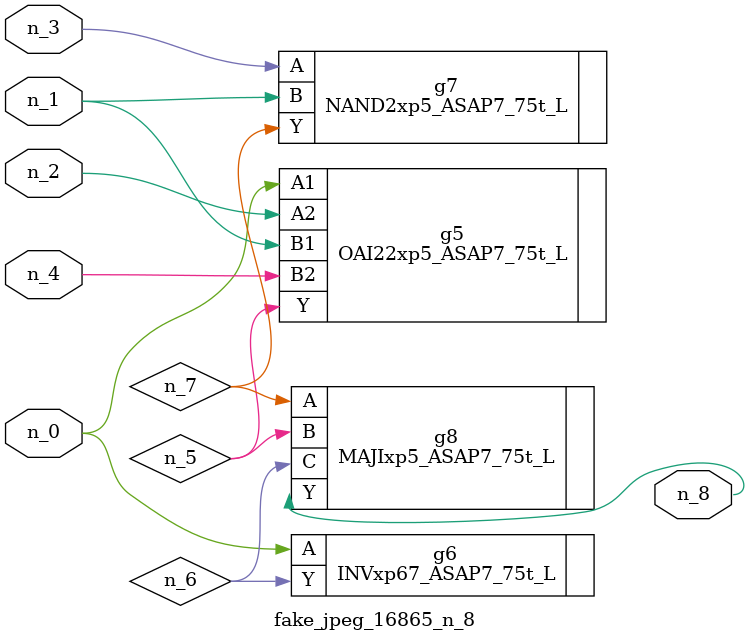
<source format=v>
module fake_jpeg_16865_n_8 (n_3, n_2, n_1, n_0, n_4, n_8);

input n_3;
input n_2;
input n_1;
input n_0;
input n_4;

output n_8;

wire n_6;
wire n_5;
wire n_7;

OAI22xp5_ASAP7_75t_L g5 ( 
.A1(n_0),
.A2(n_2),
.B1(n_1),
.B2(n_4),
.Y(n_5)
);

INVxp67_ASAP7_75t_L g6 ( 
.A(n_0),
.Y(n_6)
);

NAND2xp5_ASAP7_75t_L g7 ( 
.A(n_3),
.B(n_1),
.Y(n_7)
);

MAJIxp5_ASAP7_75t_L g8 ( 
.A(n_7),
.B(n_5),
.C(n_6),
.Y(n_8)
);


endmodule
</source>
